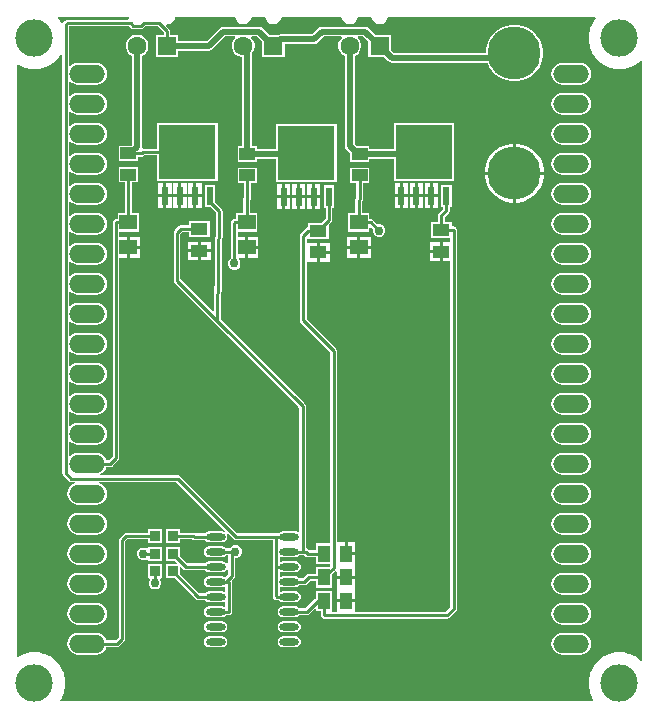
<source format=gtl>
G04*
G04 #@! TF.GenerationSoftware,Altium Limited,Altium Designer,22.11.1 (43)*
G04*
G04 Layer_Physical_Order=1*
G04 Layer_Color=255*
%FSLAX44Y44*%
%MOMM*%
G71*
G04*
G04 #@! TF.SameCoordinates,A50CEC98-9E7F-4872-83A6-73E00EFDE561*
G04*
G04*
G04 #@! TF.FilePolarity,Positive*
G04*
G01*
G75*
%ADD14O,1.6500X0.6000*%
%ADD15R,0.9000X0.9000*%
%ADD16R,0.6000X1.6200*%
%ADD17R,1.3500X1.0000*%
%ADD18R,1.5000X1.2500*%
%ADD19R,1.4500X1.0500*%
%ADD20R,1.0500X1.4500*%
%ADD35R,4.8000X4.5800*%
%ADD36C,0.5080*%
%ADD37C,0.2540*%
%ADD38C,4.5000*%
%ADD39R,1.6000X1.6000*%
%ADD40C,1.6000*%
%ADD41O,3.0480X1.5240*%
%ADD42C,3.1750*%
%ADD43C,0.6000*%
%ADD44C,0.7564*%
G36*
X105276Y589475D02*
X105586Y588319D01*
X104767Y587049D01*
X53006D01*
X51916Y586832D01*
X50992Y586214D01*
X50992Y586214D01*
X49802Y585024D01*
X49485Y584550D01*
X48090Y584538D01*
X48071Y584546D01*
X47989Y584713D01*
X46252Y587313D01*
X45589Y588069D01*
X45272Y588481D01*
X45791Y589751D01*
X105276D01*
Y589475D01*
D02*
G37*
G36*
X500828Y588481D02*
X500511Y588068D01*
X499848Y587313D01*
X498111Y584713D01*
X497667Y583812D01*
X497164Y582941D01*
X495967Y580052D01*
X495707Y579081D01*
X495384Y578130D01*
X494774Y575063D01*
X494709Y574060D01*
X494577Y573064D01*
Y569936D01*
X494709Y568940D01*
X494774Y567937D01*
X495384Y564870D01*
X495707Y563918D01*
X495967Y562948D01*
X497164Y560059D01*
X497667Y559188D01*
X498111Y558287D01*
X499848Y555687D01*
X500511Y554931D01*
X501123Y554134D01*
X503334Y551923D01*
X504132Y551311D01*
X504887Y550648D01*
X507487Y548911D01*
X508388Y548467D01*
X509259Y547964D01*
X512148Y546767D01*
X513119Y546507D01*
X514070Y546184D01*
X517137Y545574D01*
X518140Y545508D01*
X519136Y545377D01*
X522263D01*
X523260Y545508D01*
X524263Y545574D01*
X527330Y546184D01*
X528281Y546507D01*
X529252Y546767D01*
X532141Y547964D01*
X533012Y548467D01*
X533913Y548911D01*
X536513Y550648D01*
X537268Y551311D01*
X538066Y551923D01*
X538578Y552435D01*
X539751Y551949D01*
Y44951D01*
X538578Y44465D01*
X538066Y44977D01*
X537268Y45589D01*
X536513Y46252D01*
X533913Y47989D01*
X533012Y48433D01*
X532141Y48936D01*
X529252Y50132D01*
X528281Y50393D01*
X527330Y50716D01*
X524263Y51326D01*
X523260Y51392D01*
X522263Y51523D01*
X519136D01*
X518140Y51392D01*
X517137Y51326D01*
X514070Y50716D01*
X513119Y50393D01*
X512148Y50132D01*
X509259Y48936D01*
X508388Y48433D01*
X507487Y47989D01*
X504887Y46252D01*
X504132Y45589D01*
X503334Y44977D01*
X501123Y42766D01*
X500511Y41968D01*
X499848Y41213D01*
X498111Y38613D01*
X497667Y37712D01*
X497164Y36841D01*
X495967Y33952D01*
X495707Y32981D01*
X495384Y32030D01*
X494774Y28963D01*
X494709Y27960D01*
X494577Y26964D01*
Y23836D01*
X494709Y22840D01*
X494774Y21837D01*
X495384Y18770D01*
X495707Y17818D01*
X495967Y16848D01*
X497164Y13959D01*
X497667Y13088D01*
X498111Y12187D01*
X498659Y11368D01*
X498060Y10248D01*
X48040D01*
X47441Y11368D01*
X47989Y12187D01*
X48433Y13088D01*
X48936Y13959D01*
X50132Y16848D01*
X50393Y17819D01*
X50716Y18770D01*
X51326Y21837D01*
X51392Y22840D01*
X51523Y23836D01*
Y26964D01*
X51392Y27960D01*
X51326Y28963D01*
X50716Y32030D01*
X50393Y32981D01*
X50132Y33952D01*
X48936Y36841D01*
X48433Y37712D01*
X47989Y38613D01*
X46252Y41213D01*
X45589Y41968D01*
X44977Y42766D01*
X42766Y44977D01*
X41968Y45589D01*
X41213Y46252D01*
X38613Y47989D01*
X37712Y48433D01*
X36841Y48936D01*
X33952Y50132D01*
X32981Y50393D01*
X32030Y50716D01*
X28963Y51326D01*
X27960Y51392D01*
X26964Y51523D01*
X23836D01*
X22840Y51392D01*
X21837Y51326D01*
X18770Y50716D01*
X17819Y50393D01*
X16848Y50132D01*
X13959Y48936D01*
X13088Y48433D01*
X12187Y47989D01*
X11368Y47441D01*
X10248Y48040D01*
Y548860D01*
X11368Y549459D01*
X12187Y548911D01*
X13088Y548467D01*
X13959Y547964D01*
X16848Y546767D01*
X17819Y546507D01*
X18770Y546184D01*
X21837Y545574D01*
X22840Y545508D01*
X23836Y545377D01*
X26964D01*
X27960Y545508D01*
X28963Y545574D01*
X32030Y546184D01*
X32981Y546507D01*
X33952Y546767D01*
X36841Y547964D01*
X37712Y548467D01*
X38613Y548911D01*
X41213Y550648D01*
X41968Y551311D01*
X42766Y551923D01*
X44977Y554134D01*
X45589Y554932D01*
X46252Y555687D01*
X47697Y557851D01*
X48967Y557465D01*
Y203200D01*
X48967Y203200D01*
X49184Y202110D01*
X49802Y201186D01*
X54374Y196614D01*
X54374Y196614D01*
X55298Y195996D01*
X56388Y195779D01*
X59502D01*
X59754Y194509D01*
X57768Y193687D01*
X55858Y192221D01*
X54393Y190311D01*
X53471Y188086D01*
X53157Y185699D01*
X53471Y183312D01*
X54393Y181088D01*
X55858Y179178D01*
X57768Y177712D01*
X59993Y176791D01*
X62380Y176476D01*
X77620D01*
X80007Y176791D01*
X82231Y177712D01*
X84141Y179178D01*
X85607Y181088D01*
X86529Y183312D01*
X86843Y185699D01*
X86529Y188086D01*
X85607Y190311D01*
X84141Y192221D01*
X82231Y193687D01*
X80245Y194509D01*
X80498Y195779D01*
X145574D01*
X186818Y154536D01*
X186008Y153549D01*
X185765Y153712D01*
X184000Y154063D01*
X173500D01*
X171735Y153712D01*
X170238Y152712D01*
X169963Y152299D01*
X161863D01*
X161364Y152632D01*
X160274Y152849D01*
X160274Y152849D01*
X148524D01*
Y156024D01*
X136476D01*
Y143976D01*
X148524D01*
Y147151D01*
X159235D01*
X159734Y146818D01*
X160824Y146601D01*
X160824Y146601D01*
X169963D01*
X170238Y146188D01*
X171735Y145189D01*
X173500Y144837D01*
X184000D01*
X185765Y145189D01*
X187262Y146188D01*
X188262Y147685D01*
X188613Y149450D01*
X188262Y151215D01*
X188099Y151458D01*
X189086Y152268D01*
X193918Y147436D01*
X193918Y147436D01*
X194842Y146818D01*
X195932Y146601D01*
X227275D01*
Y124304D01*
X227275Y124304D01*
X227326Y124050D01*
X227275Y123796D01*
X227275Y123796D01*
Y98904D01*
X227275Y98904D01*
X227492Y97814D01*
X228110Y96890D01*
X228364Y96636D01*
X228364Y96636D01*
X229288Y96018D01*
X230378Y95801D01*
X230378Y95801D01*
X232463D01*
X232739Y95388D01*
X234235Y94389D01*
X236000Y94037D01*
X246500D01*
X248265Y94389D01*
X249762Y95388D01*
X250762Y96885D01*
X251113Y98650D01*
X250762Y100415D01*
X249762Y101912D01*
X248265Y102912D01*
X246500Y103263D01*
X236000D01*
X234235Y102912D01*
X234093Y102816D01*
X232973Y103415D01*
Y106585D01*
X234093Y107184D01*
X234235Y107088D01*
X236000Y106737D01*
X246500D01*
X248265Y107088D01*
X249762Y108088D01*
X250038Y108501D01*
X254000D01*
X254000Y108501D01*
X255090Y108718D01*
X256014Y109336D01*
X258830Y112151D01*
X263976D01*
Y106226D01*
X277524D01*
Y117745D01*
X280190Y120412D01*
X281460Y119886D01*
Y116270D01*
X289250D01*
X297040D01*
Y124790D01*
X297040D01*
Y125210D01*
X297040D01*
Y133730D01*
X289250D01*
Y135000D01*
X287980D01*
Y144790D01*
X281741D01*
Y306578D01*
X281741Y306578D01*
X281524Y307668D01*
X280906Y308592D01*
X280906Y308592D01*
X255833Y333666D01*
Y381022D01*
X255910Y382260D01*
X257103Y382260D01*
X264430D01*
Y390050D01*
Y397840D01*
X255910Y397840D01*
X255833Y399078D01*
Y401348D01*
X256926Y401776D01*
Y401776D01*
X274474D01*
Y413295D01*
X276764Y415586D01*
X276764Y415586D01*
X277382Y416510D01*
X277598Y417600D01*
Y427576D01*
X279274D01*
Y446824D01*
X270226D01*
Y427576D01*
X271901D01*
Y418780D01*
X268445Y415324D01*
X256926D01*
Y411349D01*
X256085Y411182D01*
X255161Y410564D01*
X255161Y410564D01*
X250970Y406373D01*
X250352Y405449D01*
X250135Y404359D01*
X250135Y404359D01*
Y332486D01*
X250135Y332486D01*
X250352Y331396D01*
X250970Y330472D01*
X276043Y305398D01*
Y143774D01*
X263976D01*
Y137849D01*
X257946D01*
X257030Y138764D01*
X256106Y139382D01*
X255325Y139537D01*
Y259842D01*
X255325Y259842D01*
X255108Y260932D01*
X254490Y261856D01*
X254490Y261856D01*
X182957Y333389D01*
X184712Y424947D01*
X184707Y424975D01*
X184713Y425002D01*
X184609Y425522D01*
X184516Y426041D01*
X184501Y426065D01*
X184496Y426092D01*
X184202Y426532D01*
X183917Y426977D01*
X183894Y426993D01*
X183878Y427016D01*
X178574Y432321D01*
Y447524D01*
X169526D01*
Y428276D01*
X174561D01*
X178993Y423845D01*
X177397Y340602D01*
X176219Y340127D01*
X148899Y367448D01*
Y405645D01*
X150405Y407151D01*
X156226D01*
Y403226D01*
X173774D01*
Y416774D01*
X156226D01*
Y412849D01*
X149225D01*
X149225Y412849D01*
X148135Y412632D01*
X147211Y412015D01*
X147211Y412015D01*
X144036Y408840D01*
X143418Y407915D01*
X143201Y406825D01*
X143201Y406825D01*
Y366268D01*
X143201Y366268D01*
X143418Y365178D01*
X144036Y364254D01*
X178072Y330218D01*
X178072Y330218D01*
X249627Y258662D01*
Y154149D01*
X248507Y153550D01*
X248265Y153712D01*
X246500Y154063D01*
X236000D01*
X234235Y153712D01*
X232739Y152712D01*
X232463Y152299D01*
X230378D01*
X230378Y152299D01*
X230378Y152299D01*
X197112D01*
X148769Y200642D01*
X147844Y201260D01*
X146754Y201477D01*
X146754Y201477D01*
X81602D01*
X81349Y202747D01*
X82231Y203112D01*
X84141Y204578D01*
X85607Y206488D01*
X86337Y208251D01*
X89687D01*
X89687Y208251D01*
X90778Y208468D01*
X91702Y209085D01*
X96502Y213886D01*
X96502Y213886D01*
X97120Y214810D01*
X97337Y215900D01*
Y385710D01*
X103730D01*
Y394500D01*
Y403290D01*
X97337D01*
Y407726D01*
X114024D01*
Y423274D01*
X107849D01*
Y449476D01*
X113274D01*
Y462524D01*
X96726D01*
Y449476D01*
X102151D01*
Y423274D01*
X95976D01*
Y418349D01*
X94615D01*
X94615Y418349D01*
X93525Y418132D01*
X92601Y417514D01*
X92474Y417387D01*
X91856Y416463D01*
X91639Y415373D01*
X91639Y415373D01*
Y217080D01*
X88507Y213948D01*
X86337D01*
X85607Y215711D01*
X84141Y217621D01*
X82231Y219087D01*
X80007Y220008D01*
X77620Y220322D01*
X62380D01*
X59993Y220008D01*
X57768Y219087D01*
X55935Y217680D01*
X55424Y217768D01*
X54665Y218026D01*
Y229573D01*
X55424Y229830D01*
X55935Y229919D01*
X57768Y228512D01*
X59993Y227591D01*
X62380Y227276D01*
X77620D01*
X80007Y227591D01*
X82231Y228512D01*
X84141Y229978D01*
X85607Y231888D01*
X86529Y234112D01*
X86843Y236499D01*
X86529Y238887D01*
X85607Y241111D01*
X84141Y243021D01*
X82231Y244487D01*
X80007Y245408D01*
X77620Y245722D01*
X62380D01*
X59993Y245408D01*
X57768Y244487D01*
X55935Y243080D01*
X55424Y243168D01*
X54665Y243426D01*
Y254973D01*
X55424Y255230D01*
X55935Y255319D01*
X57768Y253912D01*
X59993Y252991D01*
X62380Y252677D01*
X77620D01*
X80007Y252991D01*
X82231Y253912D01*
X84141Y255378D01*
X85607Y257288D01*
X86529Y259512D01*
X86843Y261899D01*
X86529Y264286D01*
X85607Y266511D01*
X84141Y268421D01*
X82231Y269887D01*
X80007Y270808D01*
X77620Y271122D01*
X62380D01*
X59993Y270808D01*
X57768Y269887D01*
X55935Y268480D01*
X55424Y268568D01*
X54665Y268826D01*
Y280373D01*
X55424Y280630D01*
X55935Y280719D01*
X57768Y279312D01*
X59993Y278391D01*
X62380Y278076D01*
X77620D01*
X80007Y278391D01*
X82231Y279312D01*
X84141Y280778D01*
X85607Y282688D01*
X86529Y284912D01*
X86843Y287299D01*
X86529Y289687D01*
X85607Y291911D01*
X84141Y293821D01*
X82231Y295287D01*
X80007Y296208D01*
X77620Y296522D01*
X62380D01*
X59993Y296208D01*
X57768Y295287D01*
X55935Y293880D01*
X55424Y293968D01*
X54665Y294226D01*
Y305773D01*
X55424Y306030D01*
X55935Y306119D01*
X57768Y304712D01*
X59993Y303791D01*
X62380Y303477D01*
X77620D01*
X80007Y303791D01*
X82231Y304712D01*
X84141Y306178D01*
X85607Y308088D01*
X86529Y310312D01*
X86843Y312699D01*
X86529Y315086D01*
X85607Y317311D01*
X84141Y319221D01*
X82231Y320687D01*
X80007Y321608D01*
X77620Y321922D01*
X62380D01*
X59993Y321608D01*
X57768Y320687D01*
X55935Y319280D01*
X55424Y319368D01*
X54665Y319626D01*
Y331173D01*
X55424Y331430D01*
X55935Y331519D01*
X57768Y330112D01*
X59993Y329191D01*
X62380Y328876D01*
X77620D01*
X80007Y329191D01*
X82231Y330112D01*
X84141Y331578D01*
X85607Y333488D01*
X86529Y335712D01*
X86843Y338099D01*
X86529Y340486D01*
X85607Y342711D01*
X84141Y344621D01*
X82231Y346087D01*
X80007Y347008D01*
X77620Y347322D01*
X62380D01*
X59993Y347008D01*
X57768Y346087D01*
X55935Y344680D01*
X55424Y344768D01*
X54665Y345026D01*
Y356573D01*
X55424Y356830D01*
X55935Y356919D01*
X57768Y355512D01*
X59993Y354591D01*
X62380Y354277D01*
X77620D01*
X80007Y354591D01*
X82231Y355512D01*
X84141Y356978D01*
X85607Y358888D01*
X86529Y361112D01*
X86843Y363499D01*
X86529Y365886D01*
X85607Y368111D01*
X84141Y370021D01*
X82231Y371487D01*
X80007Y372408D01*
X77620Y372722D01*
X62380D01*
X59993Y372408D01*
X57768Y371487D01*
X55935Y370080D01*
X55424Y370168D01*
X54665Y370426D01*
Y381973D01*
X55424Y382230D01*
X55935Y382319D01*
X57768Y380912D01*
X59993Y379991D01*
X62380Y379677D01*
X77620D01*
X80007Y379991D01*
X82231Y380912D01*
X84141Y382378D01*
X85607Y384288D01*
X86529Y386512D01*
X86843Y388899D01*
X86529Y391287D01*
X85607Y393511D01*
X84141Y395421D01*
X82231Y396887D01*
X80007Y397808D01*
X77620Y398122D01*
X62380D01*
X59993Y397808D01*
X57768Y396887D01*
X55935Y395480D01*
X55424Y395568D01*
X54665Y395826D01*
Y407373D01*
X55424Y407630D01*
X55935Y407719D01*
X57768Y406312D01*
X59993Y405391D01*
X62380Y405076D01*
X77620D01*
X80007Y405391D01*
X82231Y406312D01*
X84141Y407778D01*
X85607Y409688D01*
X86529Y411912D01*
X86843Y414299D01*
X86529Y416687D01*
X85607Y418911D01*
X84141Y420821D01*
X82231Y422287D01*
X80007Y423208D01*
X77620Y423522D01*
X62380D01*
X59993Y423208D01*
X57768Y422287D01*
X55935Y420880D01*
X55424Y420968D01*
X54665Y421226D01*
Y432773D01*
X55424Y433030D01*
X55935Y433119D01*
X57768Y431712D01*
X59993Y430791D01*
X62380Y430476D01*
X77620D01*
X80007Y430791D01*
X82231Y431712D01*
X84141Y433178D01*
X85607Y435088D01*
X86529Y437312D01*
X86843Y439699D01*
X86529Y442086D01*
X85607Y444311D01*
X84141Y446221D01*
X82231Y447687D01*
X80007Y448608D01*
X77620Y448922D01*
X62380D01*
X59993Y448608D01*
X57768Y447687D01*
X55935Y446280D01*
X55424Y446368D01*
X54665Y446626D01*
Y458173D01*
X55424Y458430D01*
X55935Y458519D01*
X57768Y457112D01*
X59993Y456191D01*
X62380Y455877D01*
X77620D01*
X80007Y456191D01*
X82231Y457112D01*
X84141Y458578D01*
X85607Y460488D01*
X86529Y462712D01*
X86843Y465099D01*
X86529Y467486D01*
X85607Y469711D01*
X84141Y471621D01*
X82231Y473087D01*
X80007Y474008D01*
X77620Y474322D01*
X62380D01*
X59993Y474008D01*
X57768Y473087D01*
X55935Y471680D01*
X55424Y471768D01*
X54665Y472026D01*
Y483573D01*
X55424Y483830D01*
X55935Y483919D01*
X57768Y482512D01*
X59993Y481591D01*
X62380Y481277D01*
X77620D01*
X80007Y481591D01*
X82231Y482512D01*
X84141Y483978D01*
X85607Y485888D01*
X86529Y488112D01*
X86843Y490499D01*
X86529Y492887D01*
X85607Y495111D01*
X84141Y497021D01*
X82231Y498487D01*
X80007Y499408D01*
X77620Y499722D01*
X62380D01*
X59993Y499408D01*
X57768Y498487D01*
X55935Y497080D01*
X55424Y497168D01*
X54665Y497426D01*
Y508973D01*
X55424Y509230D01*
X55935Y509319D01*
X57768Y507912D01*
X59993Y506991D01*
X62380Y506676D01*
X77620D01*
X80007Y506991D01*
X82231Y507912D01*
X84141Y509378D01*
X85607Y511288D01*
X86529Y513512D01*
X86843Y515899D01*
X86529Y518287D01*
X85607Y520511D01*
X84141Y522421D01*
X82231Y523887D01*
X80007Y524808D01*
X77620Y525122D01*
X62380D01*
X59993Y524808D01*
X57768Y523887D01*
X55935Y522480D01*
X55424Y522568D01*
X54665Y522826D01*
Y534373D01*
X55424Y534630D01*
X55935Y534719D01*
X57768Y533312D01*
X59993Y532391D01*
X62380Y532076D01*
X77620D01*
X80007Y532391D01*
X82231Y533312D01*
X84141Y534778D01*
X85607Y536688D01*
X86529Y538912D01*
X86843Y541299D01*
X86529Y543686D01*
X85607Y545911D01*
X84141Y547821D01*
X82231Y549287D01*
X80007Y550208D01*
X77620Y550522D01*
X62380D01*
X59993Y550208D01*
X57768Y549287D01*
X55935Y547880D01*
X55424Y547968D01*
X54665Y548226D01*
Y581351D01*
X105591D01*
X106850Y580092D01*
X106850Y580092D01*
X107774Y579474D01*
X108864Y579257D01*
X108865Y579257D01*
X115735D01*
X115736Y579257D01*
X116826Y579474D01*
X117750Y580092D01*
X119009Y581351D01*
X129916D01*
X134851Y576416D01*
Y574524D01*
X128176D01*
Y555476D01*
X147224D01*
Y560857D01*
X173366D01*
X174952Y561172D01*
X176296Y562070D01*
X187146Y572920D01*
X194955D01*
X195481Y571651D01*
X194679Y570848D01*
X193425Y568676D01*
X192776Y566254D01*
Y563746D01*
X193425Y561324D01*
X194679Y559152D01*
X196452Y557379D01*
X198624Y556125D01*
X201046Y555476D01*
X201556D01*
Y479824D01*
X197426D01*
Y466776D01*
X213974D01*
Y469156D01*
X230176D01*
Y449876D01*
X281224D01*
Y498724D01*
X230176D01*
Y477444D01*
X213974D01*
Y479824D01*
X209844D01*
Y558645D01*
X209772Y559004D01*
X209921Y559152D01*
X211175Y561324D01*
X211824Y563746D01*
Y566254D01*
X211175Y568676D01*
X209921Y570848D01*
X209118Y571651D01*
X209645Y572920D01*
X213920D01*
X218176Y568664D01*
Y555476D01*
X237224D01*
Y566316D01*
X261927D01*
X263512Y566632D01*
X264856Y567530D01*
X270247Y572920D01*
X284956D01*
X285482Y571651D01*
X284679Y570848D01*
X283425Y568676D01*
X282776Y566254D01*
Y563746D01*
X283425Y561324D01*
X284679Y559152D01*
X286452Y557379D01*
X288157Y556395D01*
Y479950D01*
X288472Y478364D01*
X289370Y477020D01*
X292426Y473964D01*
Y466776D01*
X308974D01*
Y469156D01*
X329476D01*
Y450576D01*
X380524D01*
Y499424D01*
X329476D01*
Y477821D01*
X328524Y477632D01*
X328242Y477444D01*
X308974D01*
Y479824D01*
X298286D01*
X296444Y481666D01*
Y556395D01*
X298148Y557379D01*
X299921Y559152D01*
X301175Y561324D01*
X301824Y563746D01*
Y566254D01*
X301175Y568676D01*
X299921Y570848D01*
X299119Y571651D01*
X299645Y572920D01*
X303920D01*
X308176Y568664D01*
Y555476D01*
X321364D01*
X324900Y551940D01*
X326244Y551042D01*
X327830Y550727D01*
X327830Y550727D01*
X409141D01*
X410510Y547420D01*
X413139Y543486D01*
X416486Y540139D01*
X420420Y537510D01*
X424793Y535699D01*
X429434Y534776D01*
X434166D01*
X438807Y535699D01*
X443180Y537510D01*
X447114Y540139D01*
X450461Y543486D01*
X453090Y547420D01*
X454901Y551792D01*
X455824Y556434D01*
Y561166D01*
X454901Y565807D01*
X453090Y570180D01*
X450461Y574114D01*
X447114Y577461D01*
X443180Y580090D01*
X438807Y581901D01*
X434166Y582824D01*
X429434D01*
X424793Y581901D01*
X420420Y580090D01*
X416486Y577461D01*
X413139Y574114D01*
X410510Y570180D01*
X408699Y565807D01*
X407776Y561166D01*
Y559014D01*
X329546D01*
X327224Y561336D01*
Y574524D01*
X314036D01*
X308566Y579994D01*
X307222Y580892D01*
X305636Y581208D01*
X268531D01*
X268531Y581208D01*
X266945Y580892D01*
X265601Y579994D01*
X260210Y574604D01*
X233160D01*
X232759Y574524D01*
X224036D01*
X218566Y579994D01*
X217222Y580892D01*
X215636Y581208D01*
X185430D01*
X183844Y580892D01*
X182500Y579994D01*
X171650Y569144D01*
X147224D01*
Y574524D01*
X140549D01*
Y577596D01*
X140549Y577596D01*
X140332Y578686D01*
X139714Y579610D01*
X139714Y579610D01*
X137219Y582106D01*
X137745Y583376D01*
X138625D01*
X140411Y583855D01*
X142013Y584780D01*
X143321Y586087D01*
X144245Y587689D01*
X144724Y589475D01*
Y589751D01*
X195276D01*
Y589475D01*
X195755Y587689D01*
X196679Y586087D01*
X197987Y584780D01*
X199589Y583855D01*
X201375Y583376D01*
X203225D01*
X205011Y583855D01*
X206613Y584780D01*
X207920Y586087D01*
X208845Y587689D01*
X209324Y589475D01*
Y589751D01*
X220676D01*
Y589475D01*
X221154Y587689D01*
X222079Y586087D01*
X223387Y584780D01*
X224989Y583855D01*
X226775Y583376D01*
X228624D01*
X230411Y583855D01*
X232013Y584780D01*
X233320Y586087D01*
X234245Y587689D01*
X234724Y589475D01*
Y589751D01*
X285276D01*
Y589475D01*
X285755Y587689D01*
X286680Y586087D01*
X287987Y584780D01*
X289589Y583855D01*
X291375Y583376D01*
X293225D01*
X295011Y583855D01*
X296613Y584780D01*
X297921Y586087D01*
X298846Y587689D01*
X299324Y589475D01*
Y589751D01*
X310676D01*
Y589475D01*
X311155Y587689D01*
X312080Y586087D01*
X313387Y584780D01*
X314989Y583855D01*
X316775Y583376D01*
X318625D01*
X320411Y583855D01*
X322013Y584780D01*
X323321Y586087D01*
X324245Y587689D01*
X324724Y589475D01*
Y589751D01*
X500309D01*
X500828Y588481D01*
D02*
G37*
G36*
X254752Y132986D02*
X254752Y132986D01*
X255676Y132368D01*
X256766Y132151D01*
X263976D01*
Y126226D01*
X276043D01*
Y124322D01*
X275495Y123774D01*
X263976D01*
Y117849D01*
X257650D01*
X256560Y117632D01*
X255636Y117014D01*
X255636Y117014D01*
X252820Y114199D01*
X250038D01*
X249762Y114612D01*
X248265Y115612D01*
X246500Y115963D01*
X236000D01*
X234235Y115612D01*
X234093Y115517D01*
X232973Y116115D01*
Y119285D01*
X234093Y119884D01*
X234235Y119789D01*
X236000Y119437D01*
X246500D01*
X248265Y119789D01*
X249762Y120788D01*
X250762Y122285D01*
X251113Y124050D01*
X250762Y125815D01*
X249762Y127312D01*
X248265Y128312D01*
X246500Y128663D01*
X236000D01*
X234235Y128312D01*
X234093Y128216D01*
X232973Y128815D01*
Y131985D01*
X234093Y132584D01*
X234235Y132488D01*
X236000Y132137D01*
X246500D01*
X248265Y132488D01*
X249762Y133488D01*
X250038Y133901D01*
X252222D01*
X252222Y133901D01*
X252222Y133901D01*
X253836D01*
X254752Y132986D01*
D02*
G37*
%LPC*%
G36*
X487619Y550522D02*
X472379D01*
X469992Y550208D01*
X467768Y549287D01*
X465858Y547821D01*
X464392Y545911D01*
X463470Y543686D01*
X463156Y541299D01*
X463470Y538912D01*
X464392Y536688D01*
X465858Y534778D01*
X467768Y533312D01*
X469992Y532391D01*
X472379Y532076D01*
X487619D01*
X490006Y532391D01*
X492230Y533312D01*
X494141Y534778D01*
X495606Y536688D01*
X496528Y538912D01*
X496842Y541299D01*
X496528Y543686D01*
X495606Y545911D01*
X494141Y547821D01*
X492230Y549287D01*
X490006Y550208D01*
X487619Y550522D01*
D02*
G37*
G36*
Y525122D02*
X472379D01*
X469992Y524808D01*
X467768Y523887D01*
X465858Y522421D01*
X464392Y520511D01*
X463470Y518287D01*
X463156Y515899D01*
X463470Y513512D01*
X464392Y511288D01*
X465858Y509378D01*
X467768Y507912D01*
X469992Y506991D01*
X472379Y506676D01*
X487619D01*
X490006Y506991D01*
X492230Y507912D01*
X494141Y509378D01*
X495606Y511288D01*
X496528Y513512D01*
X496842Y515899D01*
X496528Y518287D01*
X495606Y520511D01*
X494141Y522421D01*
X492230Y523887D01*
X490006Y524808D01*
X487619Y525122D01*
D02*
G37*
G36*
Y499722D02*
X472379D01*
X469992Y499408D01*
X467768Y498487D01*
X465858Y497021D01*
X464392Y495111D01*
X463470Y492887D01*
X463156Y490499D01*
X463470Y488112D01*
X464392Y485888D01*
X465858Y483978D01*
X467768Y482512D01*
X469992Y481591D01*
X472379Y481277D01*
X487619D01*
X490006Y481591D01*
X492230Y482512D01*
X494141Y483978D01*
X495606Y485888D01*
X496528Y488112D01*
X496842Y490499D01*
X496528Y492887D01*
X495606Y495111D01*
X494141Y497021D01*
X492230Y498487D01*
X490006Y499408D01*
X487619Y499722D01*
D02*
G37*
G36*
X434266Y482240D02*
X433070D01*
Y458470D01*
X456840D01*
Y459666D01*
X455878Y464504D01*
X453990Y469061D01*
X451250Y473162D01*
X447762Y476650D01*
X443661Y479390D01*
X439104Y481278D01*
X434266Y482240D01*
D02*
G37*
G36*
X430530D02*
X429334D01*
X424496Y481278D01*
X419939Y479390D01*
X415838Y476650D01*
X412350Y473162D01*
X409610Y469061D01*
X407722Y464504D01*
X406760Y459666D01*
Y458470D01*
X430530D01*
Y482240D01*
D02*
G37*
G36*
X487619Y474322D02*
X472379D01*
X469992Y474008D01*
X467768Y473087D01*
X465858Y471621D01*
X464392Y469711D01*
X463470Y467486D01*
X463156Y465099D01*
X463470Y462712D01*
X464392Y460488D01*
X465858Y458578D01*
X467768Y457112D01*
X469992Y456191D01*
X472379Y455877D01*
X487619D01*
X490006Y456191D01*
X492230Y457112D01*
X494141Y458578D01*
X495606Y460488D01*
X496528Y462712D01*
X496842Y465099D01*
X496528Y467486D01*
X495606Y469711D01*
X494141Y471621D01*
X492230Y473087D01*
X490006Y474008D01*
X487619Y474322D01*
D02*
G37*
G36*
X113554Y574524D02*
X111046D01*
X108624Y573875D01*
X106452Y572621D01*
X104679Y570848D01*
X103425Y568676D01*
X102776Y566254D01*
Y563746D01*
X103425Y561324D01*
X104679Y559152D01*
X106452Y557379D01*
X108156Y556395D01*
Y481266D01*
X107414Y480524D01*
X96726D01*
Y467476D01*
X113274D01*
Y471151D01*
X116332D01*
X116332Y471151D01*
X117422Y471368D01*
X118346Y471986D01*
X118512Y472151D01*
X129476D01*
Y450576D01*
X180524D01*
Y499424D01*
X129476D01*
Y477849D01*
X117400D01*
X117320Y477862D01*
X116323Y478943D01*
X116444Y479550D01*
Y556395D01*
X118148Y557379D01*
X119921Y559152D01*
X121175Y561324D01*
X121824Y563746D01*
Y566254D01*
X121175Y568676D01*
X119921Y570848D01*
X118148Y572621D01*
X115976Y573875D01*
X113554Y574524D01*
D02*
G37*
G36*
X366890Y448540D02*
X362620D01*
Y439170D01*
X366890D01*
Y448540D01*
D02*
G37*
G36*
X354190D02*
X349920D01*
Y439170D01*
X354190D01*
Y448540D01*
D02*
G37*
G36*
X341490D02*
X337220D01*
Y439170D01*
X341490D01*
Y448540D01*
D02*
G37*
G36*
X166890D02*
X162620D01*
Y439170D01*
X166890D01*
Y448540D01*
D02*
G37*
G36*
X154190D02*
X149920D01*
Y439170D01*
X154190D01*
Y448540D01*
D02*
G37*
G36*
X141490D02*
X137220D01*
Y439170D01*
X141490D01*
Y448540D01*
D02*
G37*
G36*
X360080D02*
X355810D01*
Y439170D01*
X360080D01*
Y448540D01*
D02*
G37*
G36*
X347380D02*
X343110D01*
Y439170D01*
X347380D01*
Y448540D01*
D02*
G37*
G36*
X334680D02*
X330410D01*
Y439170D01*
X334680D01*
Y448540D01*
D02*
G37*
G36*
X160080D02*
X155810D01*
Y439170D01*
X160080D01*
Y448540D01*
D02*
G37*
G36*
X147380D02*
X143110D01*
Y439170D01*
X147380D01*
Y448540D01*
D02*
G37*
G36*
X134680D02*
X130410D01*
Y439170D01*
X134680D01*
Y448540D01*
D02*
G37*
G36*
X267590Y447840D02*
X263320D01*
Y438470D01*
X267590D01*
Y447840D01*
D02*
G37*
G36*
X254890D02*
X250620D01*
Y438470D01*
X254890D01*
Y447840D01*
D02*
G37*
G36*
X242190D02*
X237920D01*
Y438470D01*
X242190D01*
Y447840D01*
D02*
G37*
G36*
X260780D02*
X256510D01*
Y438470D01*
X260780D01*
Y447840D01*
D02*
G37*
G36*
X248080D02*
X243810D01*
Y438470D01*
X248080D01*
Y447840D01*
D02*
G37*
G36*
X235380D02*
X231110D01*
Y438470D01*
X235380D01*
Y447840D01*
D02*
G37*
G36*
X456840Y455930D02*
X433070D01*
Y432160D01*
X434266D01*
X439104Y433122D01*
X443661Y435010D01*
X447762Y437750D01*
X451250Y441238D01*
X453990Y445339D01*
X455878Y449896D01*
X456840Y454734D01*
Y455930D01*
D02*
G37*
G36*
X430530D02*
X406760D01*
Y454734D01*
X407722Y449896D01*
X409610Y445339D01*
X412350Y441238D01*
X415838Y437750D01*
X419939Y435010D01*
X424496Y433122D01*
X429334Y432160D01*
X430530D01*
Y455930D01*
D02*
G37*
G36*
X487619Y448922D02*
X472379D01*
X469992Y448608D01*
X467768Y447687D01*
X465858Y446221D01*
X464392Y444311D01*
X463470Y442086D01*
X463156Y439699D01*
X463470Y437312D01*
X464392Y435088D01*
X465858Y433178D01*
X467768Y431712D01*
X469992Y430791D01*
X472379Y430476D01*
X487619D01*
X490006Y430791D01*
X492230Y431712D01*
X494141Y433178D01*
X495606Y435088D01*
X496528Y437312D01*
X496842Y439699D01*
X496528Y442086D01*
X495606Y444311D01*
X494141Y446221D01*
X492230Y447687D01*
X490006Y448608D01*
X487619Y448922D01*
D02*
G37*
G36*
X366890Y436630D02*
X362620D01*
Y427260D01*
X366890D01*
Y436630D01*
D02*
G37*
G36*
X360080D02*
X355810D01*
Y427260D01*
X360080D01*
Y436630D01*
D02*
G37*
G36*
X354190D02*
X349920D01*
Y427260D01*
X354190D01*
Y436630D01*
D02*
G37*
G36*
X347380D02*
X343110D01*
Y427260D01*
X347380D01*
Y436630D01*
D02*
G37*
G36*
X341490D02*
X337220D01*
Y427260D01*
X341490D01*
Y436630D01*
D02*
G37*
G36*
X334680D02*
X330410D01*
Y427260D01*
X334680D01*
Y436630D01*
D02*
G37*
G36*
X166890D02*
X162620D01*
Y427260D01*
X166890D01*
Y436630D01*
D02*
G37*
G36*
X160080D02*
X155810D01*
Y427260D01*
X160080D01*
Y436630D01*
D02*
G37*
G36*
X154190D02*
X149920D01*
Y427260D01*
X154190D01*
Y436630D01*
D02*
G37*
G36*
X147380D02*
X143110D01*
Y427260D01*
X147380D01*
Y436630D01*
D02*
G37*
G36*
X141490D02*
X137220D01*
Y427260D01*
X141490D01*
Y436630D01*
D02*
G37*
G36*
X134680D02*
X130410D01*
Y427260D01*
X134680D01*
Y436630D01*
D02*
G37*
G36*
X267590Y435930D02*
X263320D01*
Y426560D01*
X267590D01*
Y435930D01*
D02*
G37*
G36*
X260780D02*
X256510D01*
Y426560D01*
X260780D01*
Y435930D01*
D02*
G37*
G36*
X254890D02*
X250620D01*
Y426560D01*
X254890D01*
Y435930D01*
D02*
G37*
G36*
X248080D02*
X243810D01*
Y426560D01*
X248080D01*
Y435930D01*
D02*
G37*
G36*
X242190D02*
X237920D01*
Y426560D01*
X242190D01*
Y435930D01*
D02*
G37*
G36*
X235380D02*
X231110D01*
Y426560D01*
X235380D01*
Y435930D01*
D02*
G37*
G36*
X487619Y423522D02*
X472379D01*
X469992Y423208D01*
X467768Y422287D01*
X465858Y420821D01*
X464392Y418911D01*
X463470Y416687D01*
X463156Y414299D01*
X463470Y411912D01*
X464392Y409688D01*
X465858Y407778D01*
X467768Y406312D01*
X469992Y405391D01*
X472379Y405076D01*
X487619D01*
X490006Y405391D01*
X492230Y406312D01*
X494141Y407778D01*
X495606Y409688D01*
X496528Y411912D01*
X496842Y414299D01*
X496528Y416687D01*
X495606Y418911D01*
X494141Y420821D01*
X492230Y422287D01*
X490006Y423208D01*
X487619Y423522D01*
D02*
G37*
G36*
X308974Y461824D02*
X292426D01*
Y448776D01*
X297851D01*
Y436661D01*
X297368Y435938D01*
X297151Y434848D01*
X297151Y434848D01*
Y423274D01*
X290976D01*
Y407726D01*
X309024D01*
Y410966D01*
X310197Y411452D01*
X312005Y409644D01*
X311940Y409487D01*
Y407377D01*
X312748Y405426D01*
X314240Y403934D01*
X316191Y403126D01*
X318301D01*
X320252Y403934D01*
X321744Y405426D01*
X322552Y407377D01*
Y409487D01*
X321744Y411438D01*
X320252Y412930D01*
X318301Y413738D01*
X316191D01*
X316034Y413673D01*
X312193Y417514D01*
X311268Y418132D01*
X310178Y418349D01*
X309024Y418560D01*
Y423274D01*
X302849D01*
Y433735D01*
X303332Y434458D01*
X303549Y435548D01*
X303549Y435548D01*
Y448776D01*
X308974D01*
Y461824D01*
D02*
G37*
G36*
X215040Y403290D02*
X206270D01*
Y395770D01*
X215040D01*
Y403290D01*
D02*
G37*
G36*
X115040D02*
X106270D01*
Y395770D01*
X115040D01*
Y403290D01*
D02*
G37*
G36*
X310040Y403290D02*
X301270D01*
Y395770D01*
X310040D01*
Y403290D01*
D02*
G37*
G36*
X298730D02*
X289960D01*
Y395770D01*
X298730D01*
Y403290D01*
D02*
G37*
G36*
X174790Y399290D02*
X166270D01*
Y392770D01*
X174790D01*
Y399290D01*
D02*
G37*
G36*
X163730D02*
X155210D01*
Y392770D01*
X163730D01*
Y399290D01*
D02*
G37*
G36*
X368730Y398540D02*
X360210D01*
Y392020D01*
X368730D01*
Y398540D01*
D02*
G37*
G36*
X266970Y397840D02*
Y391320D01*
X275490D01*
Y397840D01*
X266970D01*
D02*
G37*
G36*
X215040Y393230D02*
X206270D01*
Y385710D01*
X215040D01*
Y393230D01*
D02*
G37*
G36*
X115040D02*
X106270D01*
Y385710D01*
X115040D01*
Y393230D01*
D02*
G37*
G36*
X310040Y393230D02*
X301270D01*
Y385710D01*
X310040D01*
Y393230D01*
D02*
G37*
G36*
X298730D02*
X289960D01*
Y385710D01*
X298730D01*
Y393230D01*
D02*
G37*
G36*
X174790Y390230D02*
X166270D01*
Y383710D01*
X174790D01*
Y390230D01*
D02*
G37*
G36*
X163730D02*
X155210D01*
Y383710D01*
X163730D01*
Y390230D01*
D02*
G37*
G36*
X368730Y389480D02*
X360210D01*
Y382960D01*
X368730D01*
Y389480D01*
D02*
G37*
G36*
X275490Y388780D02*
X266970D01*
Y382260D01*
X275490D01*
Y388780D01*
D02*
G37*
G36*
X487619Y398122D02*
X472379D01*
X469992Y397808D01*
X467768Y396887D01*
X465858Y395421D01*
X464392Y393511D01*
X463470Y391287D01*
X463156Y388899D01*
X463470Y386512D01*
X464392Y384288D01*
X465858Y382378D01*
X467768Y380912D01*
X469992Y379991D01*
X472379Y379677D01*
X487619D01*
X490006Y379991D01*
X492230Y380912D01*
X494141Y382378D01*
X495606Y384288D01*
X496528Y386512D01*
X496842Y388899D01*
X496528Y391287D01*
X495606Y393511D01*
X494141Y395421D01*
X492230Y396887D01*
X490006Y397808D01*
X487619Y398122D01*
D02*
G37*
G36*
X213974Y461824D02*
X197426D01*
Y448776D01*
X202851D01*
Y436661D01*
X202368Y435938D01*
X202151Y434848D01*
X202151Y434848D01*
Y423274D01*
X195976D01*
Y418543D01*
X194818Y418349D01*
X193728Y418132D01*
X192804Y417515D01*
X192804Y417515D01*
X192550Y417261D01*
X191932Y416337D01*
X191715Y415246D01*
X191715Y415246D01*
Y385309D01*
X191558Y385244D01*
X190066Y383752D01*
X189258Y381801D01*
Y379691D01*
X190066Y377740D01*
X191558Y376248D01*
X193509Y375440D01*
X195619D01*
X197570Y376248D01*
X199062Y377740D01*
X199870Y379691D01*
Y381801D01*
X199062Y383752D01*
X198374Y384440D01*
X198900Y385710D01*
X203730D01*
Y394500D01*
X205000D01*
D01*
X203730D01*
Y403290D01*
X197413D01*
Y407726D01*
X214024D01*
Y423274D01*
X207849D01*
Y433735D01*
X208332Y434458D01*
X208549Y435548D01*
X208549Y435548D01*
Y448776D01*
X213974D01*
Y461824D01*
D02*
G37*
G36*
X487619Y372722D02*
X472379D01*
X469992Y372408D01*
X467768Y371487D01*
X465858Y370021D01*
X464392Y368111D01*
X463470Y365886D01*
X463156Y363499D01*
X463470Y361112D01*
X464392Y358888D01*
X465858Y356978D01*
X467768Y355512D01*
X469992Y354591D01*
X472379Y354277D01*
X487619D01*
X490006Y354591D01*
X492230Y355512D01*
X494141Y356978D01*
X495606Y358888D01*
X496528Y361112D01*
X496842Y363499D01*
X496528Y365886D01*
X495606Y368111D01*
X494141Y370021D01*
X492230Y371487D01*
X490006Y372408D01*
X487619Y372722D01*
D02*
G37*
G36*
Y347322D02*
X472379D01*
X469992Y347008D01*
X467768Y346087D01*
X465858Y344621D01*
X464392Y342711D01*
X463470Y340486D01*
X463156Y338099D01*
X463470Y335712D01*
X464392Y333488D01*
X465858Y331578D01*
X467768Y330112D01*
X469992Y329191D01*
X472379Y328876D01*
X487619D01*
X490006Y329191D01*
X492230Y330112D01*
X494141Y331578D01*
X495606Y333488D01*
X496528Y335712D01*
X496842Y338099D01*
X496528Y340486D01*
X495606Y342711D01*
X494141Y344621D01*
X492230Y346087D01*
X490006Y347008D01*
X487619Y347322D01*
D02*
G37*
G36*
Y321922D02*
X472379D01*
X469992Y321608D01*
X467768Y320687D01*
X465858Y319221D01*
X464392Y317311D01*
X463470Y315086D01*
X463156Y312699D01*
X463470Y310312D01*
X464392Y308088D01*
X465858Y306178D01*
X467768Y304712D01*
X469992Y303791D01*
X472379Y303477D01*
X487619D01*
X490006Y303791D01*
X492230Y304712D01*
X494141Y306178D01*
X495606Y308088D01*
X496528Y310312D01*
X496842Y312699D01*
X496528Y315086D01*
X495606Y317311D01*
X494141Y319221D01*
X492230Y320687D01*
X490006Y321608D01*
X487619Y321922D01*
D02*
G37*
G36*
Y296522D02*
X472379D01*
X469992Y296208D01*
X467768Y295287D01*
X465858Y293821D01*
X464392Y291911D01*
X463470Y289687D01*
X463156Y287299D01*
X463470Y284912D01*
X464392Y282688D01*
X465858Y280778D01*
X467768Y279312D01*
X469992Y278391D01*
X472379Y278076D01*
X487619D01*
X490006Y278391D01*
X492230Y279312D01*
X494141Y280778D01*
X495606Y282688D01*
X496528Y284912D01*
X496842Y287299D01*
X496528Y289687D01*
X495606Y291911D01*
X494141Y293821D01*
X492230Y295287D01*
X490006Y296208D01*
X487619Y296522D01*
D02*
G37*
G36*
Y271122D02*
X472379D01*
X469992Y270808D01*
X467768Y269887D01*
X465858Y268421D01*
X464392Y266511D01*
X463470Y264286D01*
X463156Y261899D01*
X463470Y259512D01*
X464392Y257288D01*
X465858Y255378D01*
X467768Y253912D01*
X469992Y252991D01*
X472379Y252677D01*
X487619D01*
X490006Y252991D01*
X492230Y253912D01*
X494141Y255378D01*
X495606Y257288D01*
X496528Y259512D01*
X496842Y261899D01*
X496528Y264286D01*
X495606Y266511D01*
X494141Y268421D01*
X492230Y269887D01*
X490006Y270808D01*
X487619Y271122D01*
D02*
G37*
G36*
Y245722D02*
X472379D01*
X469992Y245408D01*
X467768Y244487D01*
X465858Y243021D01*
X464392Y241111D01*
X463470Y238887D01*
X463156Y236499D01*
X463470Y234112D01*
X464392Y231888D01*
X465858Y229978D01*
X467768Y228512D01*
X469992Y227591D01*
X472379Y227276D01*
X487619D01*
X490006Y227591D01*
X492230Y228512D01*
X494141Y229978D01*
X495606Y231888D01*
X496528Y234112D01*
X496842Y236499D01*
X496528Y238887D01*
X495606Y241111D01*
X494141Y243021D01*
X492230Y244487D01*
X490006Y245408D01*
X487619Y245722D01*
D02*
G37*
G36*
Y220322D02*
X472379D01*
X469992Y220008D01*
X467768Y219087D01*
X465858Y217621D01*
X464392Y215711D01*
X463470Y213486D01*
X463156Y211099D01*
X463470Y208712D01*
X464392Y206488D01*
X465858Y204578D01*
X467768Y203112D01*
X469992Y202191D01*
X472379Y201877D01*
X487619D01*
X490006Y202191D01*
X492230Y203112D01*
X494141Y204578D01*
X495606Y206488D01*
X496528Y208712D01*
X496842Y211099D01*
X496528Y213486D01*
X495606Y215711D01*
X494141Y217621D01*
X492230Y219087D01*
X490006Y220008D01*
X487619Y220322D01*
D02*
G37*
G36*
Y194922D02*
X472379D01*
X469992Y194608D01*
X467768Y193687D01*
X465858Y192221D01*
X464392Y190311D01*
X463470Y188086D01*
X463156Y185699D01*
X463470Y183312D01*
X464392Y181088D01*
X465858Y179178D01*
X467768Y177712D01*
X469992Y176791D01*
X472379Y176476D01*
X487619D01*
X490006Y176791D01*
X492230Y177712D01*
X494141Y179178D01*
X495606Y181088D01*
X496528Y183312D01*
X496842Y185699D01*
X496528Y188086D01*
X495606Y190311D01*
X494141Y192221D01*
X492230Y193687D01*
X490006Y194608D01*
X487619Y194922D01*
D02*
G37*
G36*
Y169522D02*
X472379D01*
X469992Y169208D01*
X467768Y168287D01*
X465858Y166821D01*
X464392Y164911D01*
X463470Y162687D01*
X463156Y160299D01*
X463470Y157912D01*
X464392Y155688D01*
X465858Y153778D01*
X467768Y152312D01*
X469992Y151391D01*
X472379Y151076D01*
X487619D01*
X490006Y151391D01*
X492230Y152312D01*
X494141Y153778D01*
X495606Y155688D01*
X496528Y157912D01*
X496842Y160299D01*
X496528Y162687D01*
X495606Y164911D01*
X494141Y166821D01*
X492230Y168287D01*
X490006Y169208D01*
X487619Y169522D01*
D02*
G37*
G36*
X77620D02*
X62380D01*
X59993Y169208D01*
X57768Y168287D01*
X55858Y166821D01*
X54393Y164911D01*
X53471Y162687D01*
X53157Y160299D01*
X53471Y157912D01*
X54393Y155688D01*
X55858Y153778D01*
X57768Y152312D01*
X59993Y151391D01*
X62380Y151076D01*
X77620D01*
X80007Y151391D01*
X82231Y152312D01*
X84141Y153778D01*
X85607Y155688D01*
X86529Y157912D01*
X86843Y160299D01*
X86529Y162687D01*
X85607Y164911D01*
X84141Y166821D01*
X82231Y168287D01*
X80007Y169208D01*
X77620Y169522D01*
D02*
G37*
G36*
X133524Y156024D02*
X121476D01*
Y152849D01*
X103010D01*
X101920Y152632D01*
X100996Y152015D01*
X100996Y152015D01*
X97554Y148572D01*
X96936Y147648D01*
X96719Y146558D01*
X96719Y146558D01*
Y64197D01*
X94070Y61548D01*
X86337D01*
X85607Y63311D01*
X84141Y65221D01*
X82231Y66687D01*
X80007Y67608D01*
X77620Y67922D01*
X62380D01*
X59993Y67608D01*
X57768Y66687D01*
X55858Y65221D01*
X54393Y63311D01*
X53471Y61087D01*
X53157Y58699D01*
X53471Y56312D01*
X54393Y54088D01*
X55858Y52178D01*
X57768Y50712D01*
X59993Y49791D01*
X62380Y49476D01*
X77620D01*
X80007Y49791D01*
X82231Y50712D01*
X84141Y52178D01*
X85607Y54088D01*
X86337Y55851D01*
X95250D01*
X95250Y55851D01*
X96340Y56068D01*
X97264Y56685D01*
X101582Y61003D01*
X101582Y61003D01*
X102200Y61927D01*
X102417Y63017D01*
Y145378D01*
X104190Y147151D01*
X121476D01*
Y143976D01*
X133524D01*
Y156024D01*
D02*
G37*
G36*
X196537Y142056D02*
X194426D01*
X192475Y141248D01*
X190983Y139756D01*
X190918Y139599D01*
X187537D01*
X187262Y140012D01*
X185765Y141012D01*
X184000Y141363D01*
X173500D01*
X171735Y141012D01*
X170238Y140012D01*
X169238Y138515D01*
X168887Y136750D01*
X169238Y134985D01*
X170238Y133488D01*
X171735Y132488D01*
X173500Y132137D01*
X184000D01*
X185765Y132488D01*
X187262Y133488D01*
X187537Y133901D01*
X189457D01*
Y126749D01*
X189249Y126603D01*
X187523Y126920D01*
X187262Y127312D01*
X185765Y128312D01*
X184000Y128663D01*
X173500D01*
X171735Y128312D01*
X170238Y127312D01*
X169963Y126899D01*
X154630D01*
X148524Y133005D01*
Y141024D01*
X136476D01*
Y128976D01*
X144495D01*
X146274Y127197D01*
X145788Y126024D01*
X136476D01*
Y113976D01*
X144495D01*
X161835Y96636D01*
X162760Y96018D01*
X163850Y95801D01*
X163850Y95801D01*
X169963D01*
X170238Y95388D01*
X171735Y94389D01*
X173500Y94037D01*
X184000D01*
X185765Y94389D01*
X186023Y94561D01*
X187143Y93962D01*
Y90638D01*
X186023Y90039D01*
X185765Y90212D01*
X184000Y90563D01*
X173500D01*
X171735Y90212D01*
X170238Y89212D01*
X169238Y87715D01*
X168887Y85950D01*
X169238Y84185D01*
X170238Y82688D01*
X171735Y81688D01*
X173500Y81337D01*
X184000D01*
X185765Y81688D01*
X187262Y82688D01*
X187537Y83101D01*
X189738D01*
X189738Y83101D01*
X190828Y83318D01*
X191752Y83936D01*
X192006Y84190D01*
X192006Y84190D01*
X192624Y85114D01*
X192841Y86204D01*
X192841Y86204D01*
Y111096D01*
X192841Y111096D01*
X192624Y112186D01*
X192450Y112446D01*
X194320Y114317D01*
X194320Y114317D01*
X194938Y115241D01*
X195155Y116331D01*
Y131444D01*
X196537D01*
X198487Y132252D01*
X199979Y133744D01*
X200787Y135695D01*
Y137806D01*
X199979Y139756D01*
X198487Y141248D01*
X196537Y142056D01*
D02*
G37*
G36*
X133524Y141024D02*
X121476D01*
Y140163D01*
X120206Y139539D01*
X118657Y140180D01*
X116547D01*
X114596Y139372D01*
X113104Y137880D01*
X112296Y135929D01*
Y133819D01*
X113104Y131868D01*
X114596Y130376D01*
X116547Y129568D01*
X118657D01*
X120206Y130209D01*
X121476Y129585D01*
Y128976D01*
X133524D01*
Y141024D01*
D02*
G37*
G36*
X297040Y144790D02*
X290520D01*
Y136270D01*
X297040D01*
Y144790D01*
D02*
G37*
G36*
X487619Y144122D02*
X472379D01*
X469992Y143808D01*
X467768Y142887D01*
X465858Y141421D01*
X464392Y139511D01*
X463470Y137287D01*
X463156Y134899D01*
X463470Y132512D01*
X464392Y130288D01*
X465858Y128378D01*
X467768Y126912D01*
X469992Y125991D01*
X472379Y125676D01*
X487619D01*
X490006Y125991D01*
X492230Y126912D01*
X494141Y128378D01*
X495606Y130288D01*
X496528Y132512D01*
X496842Y134899D01*
X496528Y137287D01*
X495606Y139511D01*
X494141Y141421D01*
X492230Y142887D01*
X490006Y143808D01*
X487619Y144122D01*
D02*
G37*
G36*
X77620D02*
X62380D01*
X59993Y143808D01*
X57768Y142887D01*
X55858Y141421D01*
X54393Y139511D01*
X53471Y137287D01*
X53157Y134899D01*
X53471Y132512D01*
X54393Y130288D01*
X55858Y128378D01*
X57768Y126912D01*
X59993Y125991D01*
X62380Y125676D01*
X77620D01*
X80007Y125991D01*
X82231Y126912D01*
X84141Y128378D01*
X85607Y130288D01*
X86529Y132512D01*
X86843Y134899D01*
X86529Y137287D01*
X85607Y139511D01*
X84141Y141421D01*
X82231Y142887D01*
X80007Y143808D01*
X77620Y144122D01*
D02*
G37*
G36*
X133524Y126024D02*
X121476D01*
Y113976D01*
X122338D01*
X122893Y112706D01*
X122202Y111037D01*
Y108927D01*
X123010Y106976D01*
X124502Y105484D01*
X126453Y104676D01*
X128563D01*
X130514Y105484D01*
X132006Y106976D01*
X132814Y108927D01*
Y111037D01*
X132123Y112706D01*
X132677Y113976D01*
X133524D01*
Y126024D01*
D02*
G37*
G36*
X487619Y118722D02*
X472379D01*
X469992Y118408D01*
X467768Y117487D01*
X465858Y116021D01*
X464392Y114111D01*
X463470Y111887D01*
X463156Y109499D01*
X463470Y107112D01*
X464392Y104888D01*
X465858Y102978D01*
X467768Y101512D01*
X469992Y100591D01*
X472379Y100276D01*
X487619D01*
X490006Y100591D01*
X492230Y101512D01*
X494141Y102978D01*
X495606Y104888D01*
X496528Y107112D01*
X496842Y109499D01*
X496528Y111887D01*
X495606Y114111D01*
X494141Y116021D01*
X492230Y117487D01*
X490006Y118408D01*
X487619Y118722D01*
D02*
G37*
G36*
X77620D02*
X62380D01*
X59993Y118408D01*
X57768Y117487D01*
X55858Y116021D01*
X54393Y114111D01*
X53471Y111887D01*
X53157Y109499D01*
X53471Y107112D01*
X54393Y104888D01*
X55858Y102978D01*
X57768Y101512D01*
X59993Y100591D01*
X62380Y100276D01*
X77620D01*
X80007Y100591D01*
X82231Y101512D01*
X84141Y102978D01*
X85607Y104888D01*
X86529Y107112D01*
X86843Y109499D01*
X86529Y111887D01*
X85607Y114111D01*
X84141Y116021D01*
X82231Y117487D01*
X80007Y118408D01*
X77620Y118722D01*
D02*
G37*
G36*
X297040Y113730D02*
X289250D01*
X281460D01*
Y106060D01*
X281460Y105210D01*
X281460Y103940D01*
Y96270D01*
X289250D01*
X297040D01*
Y103940D01*
X297040Y104790D01*
X297040Y106060D01*
Y113730D01*
D02*
G37*
G36*
X378574Y447524D02*
X369526D01*
Y428276D01*
X371201D01*
Y426616D01*
X367985Y423400D01*
X367368Y422476D01*
X367151Y421386D01*
X367151Y421386D01*
Y416024D01*
X361226D01*
Y402476D01*
X377389D01*
Y398540D01*
X371270D01*
Y390750D01*
Y382960D01*
X377389D01*
Y89572D01*
X373470Y85653D01*
X297040D01*
Y93730D01*
X289250D01*
X281460D01*
Y85653D01*
X278556D01*
X277524Y86226D01*
Y103774D01*
X263976D01*
Y97621D01*
X263068Y97014D01*
X263068Y97014D01*
X254852Y88799D01*
X250038D01*
X249762Y89212D01*
X248265Y90212D01*
X246500Y90563D01*
X236000D01*
X234235Y90212D01*
X232739Y89212D01*
X231739Y87715D01*
X231388Y85950D01*
X231739Y84185D01*
X232739Y82688D01*
X234235Y81688D01*
X236000Y81337D01*
X246500D01*
X248265Y81688D01*
X249762Y82688D01*
X250038Y83101D01*
X256032D01*
X256032Y83101D01*
X257122Y83318D01*
X258046Y83936D01*
X262802Y88692D01*
X263976Y88206D01*
Y86226D01*
X267901D01*
Y83058D01*
X267901Y83058D01*
X268118Y81968D01*
X268735Y81044D01*
X268989Y80790D01*
X268989Y80790D01*
X269914Y80172D01*
X271004Y79955D01*
X271004Y79955D01*
X374650D01*
X374650Y79955D01*
X375740Y80172D01*
X376664Y80790D01*
X382252Y86378D01*
X382870Y87302D01*
X383087Y88392D01*
X383087Y88392D01*
Y409123D01*
X383087Y409123D01*
X382870Y410213D01*
X382252Y411137D01*
X382125Y411264D01*
X381201Y411882D01*
X380111Y412099D01*
X380111Y412099D01*
X378774D01*
Y416024D01*
X372849D01*
Y420206D01*
X376064Y423422D01*
X376064Y423422D01*
X376682Y424346D01*
X376899Y425436D01*
Y428276D01*
X378574D01*
Y447524D01*
D02*
G37*
G36*
X487619Y93322D02*
X472379D01*
X469992Y93008D01*
X467768Y92087D01*
X465858Y90621D01*
X464392Y88711D01*
X463470Y86487D01*
X463156Y84099D01*
X463470Y81712D01*
X464392Y79488D01*
X465858Y77578D01*
X467768Y76112D01*
X469992Y75191D01*
X472379Y74876D01*
X487619D01*
X490006Y75191D01*
X492230Y76112D01*
X494141Y77578D01*
X495606Y79488D01*
X496528Y81712D01*
X496842Y84099D01*
X496528Y86487D01*
X495606Y88711D01*
X494141Y90621D01*
X492230Y92087D01*
X490006Y93008D01*
X487619Y93322D01*
D02*
G37*
G36*
X77620D02*
X62380D01*
X59993Y93008D01*
X57768Y92087D01*
X55858Y90621D01*
X54393Y88711D01*
X53471Y86487D01*
X53157Y84099D01*
X53471Y81712D01*
X54393Y79488D01*
X55858Y77578D01*
X57768Y76112D01*
X59993Y75191D01*
X62380Y74876D01*
X77620D01*
X80007Y75191D01*
X82231Y76112D01*
X84141Y77578D01*
X85607Y79488D01*
X86529Y81712D01*
X86843Y84099D01*
X86529Y86487D01*
X85607Y88711D01*
X84141Y90621D01*
X82231Y92087D01*
X80007Y93008D01*
X77620Y93322D01*
D02*
G37*
G36*
X246500Y77863D02*
X236000D01*
X234235Y77512D01*
X232739Y76512D01*
X231739Y75015D01*
X231388Y73250D01*
X231739Y71485D01*
X232739Y69988D01*
X234235Y68988D01*
X236000Y68637D01*
X246500D01*
X248265Y68988D01*
X249762Y69988D01*
X250762Y71485D01*
X251113Y73250D01*
X250762Y75015D01*
X249762Y76512D01*
X248265Y77512D01*
X246500Y77863D01*
D02*
G37*
G36*
X184000D02*
X173500D01*
X171735Y77512D01*
X170238Y76512D01*
X169238Y75015D01*
X168887Y73250D01*
X169238Y71485D01*
X170238Y69988D01*
X171735Y68988D01*
X173500Y68637D01*
X184000D01*
X185765Y68988D01*
X187262Y69988D01*
X188262Y71485D01*
X188613Y73250D01*
X188262Y75015D01*
X187262Y76512D01*
X185765Y77512D01*
X184000Y77863D01*
D02*
G37*
G36*
X246500Y65163D02*
X236000D01*
X234235Y64812D01*
X232739Y63812D01*
X231739Y62315D01*
X231388Y60550D01*
X231739Y58785D01*
X232739Y57288D01*
X234235Y56288D01*
X236000Y55937D01*
X246500D01*
X248265Y56288D01*
X249762Y57288D01*
X250762Y58785D01*
X251113Y60550D01*
X250762Y62315D01*
X249762Y63812D01*
X248265Y64812D01*
X246500Y65163D01*
D02*
G37*
G36*
X184000D02*
X173500D01*
X171735Y64812D01*
X170238Y63812D01*
X169238Y62315D01*
X168887Y60550D01*
X169238Y58785D01*
X170238Y57288D01*
X171735Y56288D01*
X173500Y55937D01*
X184000D01*
X185765Y56288D01*
X187262Y57288D01*
X188262Y58785D01*
X188613Y60550D01*
X188262Y62315D01*
X187262Y63812D01*
X185765Y64812D01*
X184000Y65163D01*
D02*
G37*
G36*
X487619Y67922D02*
X472379D01*
X469992Y67608D01*
X467768Y66687D01*
X465858Y65221D01*
X464392Y63311D01*
X463470Y61087D01*
X463156Y58699D01*
X463470Y56312D01*
X464392Y54088D01*
X465858Y52178D01*
X467768Y50712D01*
X469992Y49791D01*
X472379Y49476D01*
X487619D01*
X490006Y49791D01*
X492230Y50712D01*
X494141Y52178D01*
X495606Y54088D01*
X496528Y56312D01*
X496842Y58699D01*
X496528Y61087D01*
X495606Y63311D01*
X494141Y65221D01*
X492230Y66687D01*
X490006Y67608D01*
X487619Y67922D01*
D02*
G37*
%LPD*%
G36*
X151436Y122036D02*
X151436Y122036D01*
X152360Y121418D01*
X153450Y121201D01*
X169963D01*
X170238Y120788D01*
X171735Y119789D01*
X173500Y119437D01*
X184000D01*
X185765Y119789D01*
X187262Y120788D01*
X187523Y121180D01*
X189249Y121497D01*
X189457Y121351D01*
Y117511D01*
X186840Y114894D01*
X185765Y115612D01*
X184000Y115963D01*
X173500D01*
X171735Y115612D01*
X170238Y114612D01*
X169238Y113115D01*
X168887Y111350D01*
X169238Y109585D01*
X170238Y108088D01*
X171735Y107088D01*
X173500Y106737D01*
X184000D01*
X185765Y107088D01*
X186023Y107261D01*
X187143Y106662D01*
Y103338D01*
X186023Y102739D01*
X185765Y102912D01*
X184000Y103263D01*
X173500D01*
X171735Y102912D01*
X170238Y101912D01*
X169963Y101499D01*
X165030D01*
X148524Y118005D01*
Y123288D01*
X149697Y123774D01*
X151436Y122036D01*
D02*
G37*
D14*
X241250Y60550D02*
D03*
Y73250D02*
D03*
Y85950D02*
D03*
Y98650D02*
D03*
Y111350D02*
D03*
Y124050D02*
D03*
Y136750D02*
D03*
Y149450D02*
D03*
X178750Y60550D02*
D03*
Y73250D02*
D03*
Y85950D02*
D03*
Y98650D02*
D03*
Y111350D02*
D03*
Y124050D02*
D03*
Y136750D02*
D03*
Y149450D02*
D03*
D15*
X127500Y120000D02*
D03*
X142500D02*
D03*
X127500Y135000D02*
D03*
X142500D02*
D03*
X127500Y150000D02*
D03*
X142500D02*
D03*
D16*
X374050Y437900D02*
D03*
X361350D02*
D03*
X348650D02*
D03*
X335950D02*
D03*
X274750Y437200D02*
D03*
X262050D02*
D03*
X249350D02*
D03*
X236650D02*
D03*
X174050Y437900D02*
D03*
X161350D02*
D03*
X148650D02*
D03*
X135950D02*
D03*
D17*
X300700Y473300D02*
D03*
Y455300D02*
D03*
X205700Y473300D02*
D03*
Y455300D02*
D03*
X105000Y474000D02*
D03*
Y456000D02*
D03*
D18*
Y415500D02*
D03*
Y394500D02*
D03*
X205000Y415500D02*
D03*
Y394500D02*
D03*
X300000Y415500D02*
D03*
Y394500D02*
D03*
D19*
X165000Y410000D02*
D03*
Y391500D02*
D03*
X370000Y409250D02*
D03*
Y390750D02*
D03*
X265700Y408550D02*
D03*
Y390050D02*
D03*
D20*
X270750Y95000D02*
D03*
X289250D02*
D03*
X270750Y115000D02*
D03*
X289250D02*
D03*
X270750Y135000D02*
D03*
X289250D02*
D03*
D35*
X355000Y475000D02*
D03*
X255700Y474300D02*
D03*
X155000Y475000D02*
D03*
D36*
X317700Y565000D02*
X327830Y554870D01*
X430650D01*
X431800Y553720D01*
X305636Y577064D02*
X317700Y565000D01*
X268531Y577064D02*
X305636D01*
X261927Y570460D02*
X268531Y577064D01*
X233160Y570460D02*
X261927D01*
X227700Y565000D02*
X233160Y570460D01*
X215636Y577064D02*
X226060Y566640D01*
X185430Y577064D02*
X215636D01*
X173366Y565000D02*
X185430Y577064D01*
X137700Y565000D02*
X173366D01*
X106750Y474000D02*
X112300Y479550D01*
X105190Y472440D02*
X106750Y474000D01*
X104140Y472440D02*
X105190D01*
X112300Y479550D02*
Y565000D01*
X302260Y473300D02*
X353300D01*
X297270Y474980D02*
X302260D01*
X292300Y479950D02*
X297270Y474980D01*
X292300Y479950D02*
Y565000D01*
X200660Y563685D02*
X205700Y558645D01*
Y473300D02*
Y558645D01*
X200660Y563685D02*
Y563880D01*
X353300Y473300D02*
X355000Y475000D01*
X254700Y473300D02*
X255700Y474300D01*
X205700Y473300D02*
X254700D01*
D37*
X106750Y474000D02*
X116332D01*
X329614Y475000D02*
X355000D01*
X53006Y584200D02*
X106771D01*
X117829D02*
X131096D01*
X137700Y577596D01*
X106771Y584200D02*
X108864Y582106D01*
X115736D01*
X51816Y583010D02*
X53006Y584200D01*
X115736Y582106D02*
X117829Y584200D01*
X51816Y203200D02*
Y583010D01*
X230378Y149450D02*
X241250D01*
X195932D02*
X230378D01*
X192024Y136750D02*
X195481D01*
X178750D02*
X192024D01*
X187325Y111350D02*
X189738D01*
X178750D02*
X187325D01*
X252222Y136750D02*
X255016D01*
X146050Y366268D02*
X180086Y332232D01*
X153450Y124050D02*
X178750D01*
X142500Y135000D02*
X153450Y124050D01*
X194818Y415500D02*
X205000D01*
X194564Y415246D02*
X194818Y415500D01*
X194564Y380746D02*
Y415246D01*
X310178Y415500D02*
X317246Y408432D01*
X300000Y415500D02*
X310178D01*
X127500Y109990D02*
Y120000D01*
Y109990D02*
X127508Y109982D01*
X252222Y136750D02*
X252476Y137004D01*
Y259842D01*
X180086Y332232D02*
X252476Y259842D01*
X180086Y332232D02*
X181864Y425002D01*
X174050Y432816D02*
X181864Y425002D01*
X174050Y432816D02*
Y437900D01*
X274750Y417600D02*
Y437200D01*
X265700Y408550D02*
X274750Y417600D01*
X265082Y95000D02*
X270750D01*
X256032Y85950D02*
X265082Y95000D01*
X241250Y85950D02*
X256032D01*
X241250Y136750D02*
X252222D01*
X146050Y366268D02*
Y406825D01*
X149225Y410000D01*
X165000D01*
X163850Y98650D02*
X178750D01*
X142500Y120000D02*
X163850Y98650D01*
X270750Y115000D02*
X278892Y123142D01*
Y306578D01*
X252984Y332486D02*
X278892Y306578D01*
X252984Y332486D02*
Y404359D01*
X257175Y408550D01*
X265700D01*
X192024Y136750D02*
X192306Y136468D01*
Y116331D02*
Y136468D01*
X187325Y111350D02*
X192306Y116331D01*
X178750Y85950D02*
X189738D01*
X189992Y86204D01*
Y111096D01*
X189738Y111350D02*
X189992Y111096D01*
X230124Y149196D02*
X230378Y149450D01*
X230124Y124304D02*
Y149196D01*
Y124304D02*
X230378Y124050D01*
X241250D01*
X230124Y123796D02*
X230378Y124050D01*
X230124Y98904D02*
Y123796D01*
Y98904D02*
X230378Y98650D01*
X241250D01*
X370000Y409250D02*
X380111D01*
X380238Y409123D01*
Y88392D02*
Y409123D01*
X374650Y82804D02*
X380238Y88392D01*
X271004Y82804D02*
X374650D01*
X270750Y83058D02*
X271004Y82804D01*
X270750Y83058D02*
Y95000D01*
X137700Y565000D02*
Y577596D01*
X51816Y203200D02*
X56388Y198628D01*
X146754D01*
X195932Y149450D01*
X103010Y150000D02*
X127500D01*
X99568Y146558D02*
X103010Y150000D01*
X99568Y63017D02*
Y146558D01*
X95250Y58699D02*
X99568Y63017D01*
X70000Y58699D02*
X95250D01*
X117602Y134874D02*
X117728Y135000D01*
X127500D01*
X70000Y211099D02*
X89687D01*
X94488Y215900D01*
Y415373D01*
X94615Y415500D01*
X105000D01*
X117332Y475000D02*
X155000D01*
X116332Y474000D02*
X117332Y475000D01*
X160824Y149450D02*
X178750D01*
X160274Y150000D02*
X160824Y149450D01*
X142500Y150000D02*
X160274D01*
X105000Y415500D02*
Y456000D01*
X205700Y435548D02*
Y455300D01*
X205000Y434848D02*
X205700Y435548D01*
X205000Y415500D02*
Y434848D01*
X300700Y435548D02*
Y455300D01*
X300000Y434848D02*
X300700Y435548D01*
X300000Y415500D02*
Y434848D01*
X256766Y135000D02*
X270750D01*
X255016Y136750D02*
X256766Y135000D01*
X257650Y115000D02*
X270750D01*
X254000Y111350D02*
X257650Y115000D01*
X241250Y111350D02*
X254000D01*
X374050Y425436D02*
Y437900D01*
X370000Y421386D02*
X374050Y425436D01*
X370000Y409250D02*
Y421386D01*
D38*
X431800Y558800D02*
D03*
Y457200D02*
D03*
D39*
X137700Y565000D02*
D03*
X227700D02*
D03*
X317700D02*
D03*
D40*
X112300D02*
D03*
X202300D02*
D03*
X292300D02*
D03*
D41*
X70000Y109499D02*
D03*
Y160299D02*
D03*
Y58699D02*
D03*
Y541299D02*
D03*
Y515899D02*
D03*
Y490499D02*
D03*
Y465099D02*
D03*
Y439699D02*
D03*
Y414299D02*
D03*
Y388899D02*
D03*
Y363499D02*
D03*
Y338099D02*
D03*
Y312699D02*
D03*
Y287299D02*
D03*
Y261899D02*
D03*
Y236499D02*
D03*
Y211099D02*
D03*
Y185699D02*
D03*
Y134899D02*
D03*
Y84099D02*
D03*
X479999Y58699D02*
D03*
Y84099D02*
D03*
Y439699D02*
D03*
Y465099D02*
D03*
Y490499D02*
D03*
Y515899D02*
D03*
Y541299D02*
D03*
Y363499D02*
D03*
Y388899D02*
D03*
Y211099D02*
D03*
Y261899D02*
D03*
Y312699D02*
D03*
Y414299D02*
D03*
Y160299D02*
D03*
Y185699D02*
D03*
Y236499D02*
D03*
Y287299D02*
D03*
Y338099D02*
D03*
Y134899D02*
D03*
Y109499D02*
D03*
D42*
X25400Y25400D02*
D03*
X520700D02*
D03*
Y571500D02*
D03*
X25400D02*
D03*
D43*
X457200Y482600D02*
D03*
X406400D02*
D03*
X355600Y584200D02*
D03*
X482600D02*
D03*
X508000Y533400D02*
D03*
Y482600D02*
D03*
Y431800D02*
D03*
X457200D02*
D03*
X406400D02*
D03*
X508000Y381000D02*
D03*
Y330200D02*
D03*
Y279400D02*
D03*
Y228600D02*
D03*
Y177800D02*
D03*
Y127000D02*
D03*
X25400Y228600D02*
D03*
Y279400D02*
D03*
Y330200D02*
D03*
Y482600D02*
D03*
Y431800D02*
D03*
Y381000D02*
D03*
X50800Y177800D02*
D03*
X127000Y355600D02*
D03*
X152400Y279400D02*
D03*
Y228600D02*
D03*
X203200Y177800D02*
D03*
Y228600D02*
D03*
Y279400D02*
D03*
Y355600D02*
D03*
X254000Y279400D02*
D03*
X304800Y330200D02*
D03*
X355600D02*
D03*
Y279400D02*
D03*
X304800D02*
D03*
X355600Y228600D02*
D03*
X304800D02*
D03*
Y177800D02*
D03*
X355600D02*
D03*
X406400Y381000D02*
D03*
X457200D02*
D03*
Y330200D02*
D03*
X406400D02*
D03*
Y279400D02*
D03*
X457200D02*
D03*
Y228600D02*
D03*
X406400D02*
D03*
Y177800D02*
D03*
X457200D02*
D03*
Y127000D02*
D03*
X406400D02*
D03*
X330200D02*
D03*
X50800D02*
D03*
Y76200D02*
D03*
X152400D02*
D03*
X203200D02*
D03*
X279400D02*
D03*
X330200D02*
D03*
X381000D02*
D03*
X431800D02*
D03*
X482600Y25400D02*
D03*
X431800D02*
D03*
X381000D02*
D03*
X330200D02*
D03*
X279400D02*
D03*
X228600D02*
D03*
X177800D02*
D03*
X127000D02*
D03*
X76200D02*
D03*
D44*
X194564Y380746D02*
D03*
X317246Y408432D02*
D03*
X127508Y109982D02*
D03*
X195481Y136750D02*
D03*
X117602Y134874D02*
D03*
M02*

</source>
